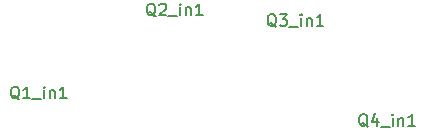
<source format=gbr>
%TF.GenerationSoftware,KiCad,Pcbnew,7.0.9*%
%TF.CreationDate,2024-02-29T12:55:39-04:00*%
%TF.ProjectId,phantomArc,7068616e-746f-46d4-9172-632e6b696361,v0.1*%
%TF.SameCoordinates,Original*%
%TF.FileFunction,Legend,Top*%
%TF.FilePolarity,Positive*%
%FSLAX46Y46*%
G04 Gerber Fmt 4.6, Leading zero omitted, Abs format (unit mm)*
G04 Created by KiCad (PCBNEW 7.0.9) date 2024-02-29 12:55:39*
%MOMM*%
%LPD*%
G01*
G04 APERTURE LIST*
%ADD10C,0.150000*%
G04 APERTURE END LIST*
D10*
X149475142Y-113521057D02*
X149379904Y-113473438D01*
X149379904Y-113473438D02*
X149284666Y-113378200D01*
X149284666Y-113378200D02*
X149141809Y-113235342D01*
X149141809Y-113235342D02*
X149046571Y-113187723D01*
X149046571Y-113187723D02*
X148951333Y-113187723D01*
X148998952Y-113425819D02*
X148903714Y-113378200D01*
X148903714Y-113378200D02*
X148808476Y-113282961D01*
X148808476Y-113282961D02*
X148760857Y-113092485D01*
X148760857Y-113092485D02*
X148760857Y-112759152D01*
X148760857Y-112759152D02*
X148808476Y-112568676D01*
X148808476Y-112568676D02*
X148903714Y-112473438D01*
X148903714Y-112473438D02*
X148998952Y-112425819D01*
X148998952Y-112425819D02*
X149189428Y-112425819D01*
X149189428Y-112425819D02*
X149284666Y-112473438D01*
X149284666Y-112473438D02*
X149379904Y-112568676D01*
X149379904Y-112568676D02*
X149427523Y-112759152D01*
X149427523Y-112759152D02*
X149427523Y-113092485D01*
X149427523Y-113092485D02*
X149379904Y-113282961D01*
X149379904Y-113282961D02*
X149284666Y-113378200D01*
X149284666Y-113378200D02*
X149189428Y-113425819D01*
X149189428Y-113425819D02*
X148998952Y-113425819D01*
X149808476Y-112521057D02*
X149856095Y-112473438D01*
X149856095Y-112473438D02*
X149951333Y-112425819D01*
X149951333Y-112425819D02*
X150189428Y-112425819D01*
X150189428Y-112425819D02*
X150284666Y-112473438D01*
X150284666Y-112473438D02*
X150332285Y-112521057D01*
X150332285Y-112521057D02*
X150379904Y-112616295D01*
X150379904Y-112616295D02*
X150379904Y-112711533D01*
X150379904Y-112711533D02*
X150332285Y-112854390D01*
X150332285Y-112854390D02*
X149760857Y-113425819D01*
X149760857Y-113425819D02*
X150379904Y-113425819D01*
X150570381Y-113521057D02*
X151332285Y-113521057D01*
X151570381Y-113425819D02*
X151570381Y-112759152D01*
X151570381Y-112425819D02*
X151522762Y-112473438D01*
X151522762Y-112473438D02*
X151570381Y-112521057D01*
X151570381Y-112521057D02*
X151618000Y-112473438D01*
X151618000Y-112473438D02*
X151570381Y-112425819D01*
X151570381Y-112425819D02*
X151570381Y-112521057D01*
X152046571Y-112759152D02*
X152046571Y-113425819D01*
X152046571Y-112854390D02*
X152094190Y-112806771D01*
X152094190Y-112806771D02*
X152189428Y-112759152D01*
X152189428Y-112759152D02*
X152332285Y-112759152D01*
X152332285Y-112759152D02*
X152427523Y-112806771D01*
X152427523Y-112806771D02*
X152475142Y-112902009D01*
X152475142Y-112902009D02*
X152475142Y-113425819D01*
X153475142Y-113425819D02*
X152903714Y-113425819D01*
X153189428Y-113425819D02*
X153189428Y-112425819D01*
X153189428Y-112425819D02*
X153094190Y-112568676D01*
X153094190Y-112568676D02*
X152998952Y-112663914D01*
X152998952Y-112663914D02*
X152903714Y-112711533D01*
X137957142Y-120550057D02*
X137861904Y-120502438D01*
X137861904Y-120502438D02*
X137766666Y-120407200D01*
X137766666Y-120407200D02*
X137623809Y-120264342D01*
X137623809Y-120264342D02*
X137528571Y-120216723D01*
X137528571Y-120216723D02*
X137433333Y-120216723D01*
X137480952Y-120454819D02*
X137385714Y-120407200D01*
X137385714Y-120407200D02*
X137290476Y-120311961D01*
X137290476Y-120311961D02*
X137242857Y-120121485D01*
X137242857Y-120121485D02*
X137242857Y-119788152D01*
X137242857Y-119788152D02*
X137290476Y-119597676D01*
X137290476Y-119597676D02*
X137385714Y-119502438D01*
X137385714Y-119502438D02*
X137480952Y-119454819D01*
X137480952Y-119454819D02*
X137671428Y-119454819D01*
X137671428Y-119454819D02*
X137766666Y-119502438D01*
X137766666Y-119502438D02*
X137861904Y-119597676D01*
X137861904Y-119597676D02*
X137909523Y-119788152D01*
X137909523Y-119788152D02*
X137909523Y-120121485D01*
X137909523Y-120121485D02*
X137861904Y-120311961D01*
X137861904Y-120311961D02*
X137766666Y-120407200D01*
X137766666Y-120407200D02*
X137671428Y-120454819D01*
X137671428Y-120454819D02*
X137480952Y-120454819D01*
X138861904Y-120454819D02*
X138290476Y-120454819D01*
X138576190Y-120454819D02*
X138576190Y-119454819D01*
X138576190Y-119454819D02*
X138480952Y-119597676D01*
X138480952Y-119597676D02*
X138385714Y-119692914D01*
X138385714Y-119692914D02*
X138290476Y-119740533D01*
X139052381Y-120550057D02*
X139814285Y-120550057D01*
X140052381Y-120454819D02*
X140052381Y-119788152D01*
X140052381Y-119454819D02*
X140004762Y-119502438D01*
X140004762Y-119502438D02*
X140052381Y-119550057D01*
X140052381Y-119550057D02*
X140100000Y-119502438D01*
X140100000Y-119502438D02*
X140052381Y-119454819D01*
X140052381Y-119454819D02*
X140052381Y-119550057D01*
X140528571Y-119788152D02*
X140528571Y-120454819D01*
X140528571Y-119883390D02*
X140576190Y-119835771D01*
X140576190Y-119835771D02*
X140671428Y-119788152D01*
X140671428Y-119788152D02*
X140814285Y-119788152D01*
X140814285Y-119788152D02*
X140909523Y-119835771D01*
X140909523Y-119835771D02*
X140957142Y-119931009D01*
X140957142Y-119931009D02*
X140957142Y-120454819D01*
X141957142Y-120454819D02*
X141385714Y-120454819D01*
X141671428Y-120454819D02*
X141671428Y-119454819D01*
X141671428Y-119454819D02*
X141576190Y-119597676D01*
X141576190Y-119597676D02*
X141480952Y-119692914D01*
X141480952Y-119692914D02*
X141385714Y-119740533D01*
X159696142Y-114415057D02*
X159600904Y-114367438D01*
X159600904Y-114367438D02*
X159505666Y-114272200D01*
X159505666Y-114272200D02*
X159362809Y-114129342D01*
X159362809Y-114129342D02*
X159267571Y-114081723D01*
X159267571Y-114081723D02*
X159172333Y-114081723D01*
X159219952Y-114319819D02*
X159124714Y-114272200D01*
X159124714Y-114272200D02*
X159029476Y-114176961D01*
X159029476Y-114176961D02*
X158981857Y-113986485D01*
X158981857Y-113986485D02*
X158981857Y-113653152D01*
X158981857Y-113653152D02*
X159029476Y-113462676D01*
X159029476Y-113462676D02*
X159124714Y-113367438D01*
X159124714Y-113367438D02*
X159219952Y-113319819D01*
X159219952Y-113319819D02*
X159410428Y-113319819D01*
X159410428Y-113319819D02*
X159505666Y-113367438D01*
X159505666Y-113367438D02*
X159600904Y-113462676D01*
X159600904Y-113462676D02*
X159648523Y-113653152D01*
X159648523Y-113653152D02*
X159648523Y-113986485D01*
X159648523Y-113986485D02*
X159600904Y-114176961D01*
X159600904Y-114176961D02*
X159505666Y-114272200D01*
X159505666Y-114272200D02*
X159410428Y-114319819D01*
X159410428Y-114319819D02*
X159219952Y-114319819D01*
X159981857Y-113319819D02*
X160600904Y-113319819D01*
X160600904Y-113319819D02*
X160267571Y-113700771D01*
X160267571Y-113700771D02*
X160410428Y-113700771D01*
X160410428Y-113700771D02*
X160505666Y-113748390D01*
X160505666Y-113748390D02*
X160553285Y-113796009D01*
X160553285Y-113796009D02*
X160600904Y-113891247D01*
X160600904Y-113891247D02*
X160600904Y-114129342D01*
X160600904Y-114129342D02*
X160553285Y-114224580D01*
X160553285Y-114224580D02*
X160505666Y-114272200D01*
X160505666Y-114272200D02*
X160410428Y-114319819D01*
X160410428Y-114319819D02*
X160124714Y-114319819D01*
X160124714Y-114319819D02*
X160029476Y-114272200D01*
X160029476Y-114272200D02*
X159981857Y-114224580D01*
X160791381Y-114415057D02*
X161553285Y-114415057D01*
X161791381Y-114319819D02*
X161791381Y-113653152D01*
X161791381Y-113319819D02*
X161743762Y-113367438D01*
X161743762Y-113367438D02*
X161791381Y-113415057D01*
X161791381Y-113415057D02*
X161839000Y-113367438D01*
X161839000Y-113367438D02*
X161791381Y-113319819D01*
X161791381Y-113319819D02*
X161791381Y-113415057D01*
X162267571Y-113653152D02*
X162267571Y-114319819D01*
X162267571Y-113748390D02*
X162315190Y-113700771D01*
X162315190Y-113700771D02*
X162410428Y-113653152D01*
X162410428Y-113653152D02*
X162553285Y-113653152D01*
X162553285Y-113653152D02*
X162648523Y-113700771D01*
X162648523Y-113700771D02*
X162696142Y-113796009D01*
X162696142Y-113796009D02*
X162696142Y-114319819D01*
X163696142Y-114319819D02*
X163124714Y-114319819D01*
X163410428Y-114319819D02*
X163410428Y-113319819D01*
X163410428Y-113319819D02*
X163315190Y-113462676D01*
X163315190Y-113462676D02*
X163219952Y-113557914D01*
X163219952Y-113557914D02*
X163124714Y-113605533D01*
X167452142Y-122880057D02*
X167356904Y-122832438D01*
X167356904Y-122832438D02*
X167261666Y-122737200D01*
X167261666Y-122737200D02*
X167118809Y-122594342D01*
X167118809Y-122594342D02*
X167023571Y-122546723D01*
X167023571Y-122546723D02*
X166928333Y-122546723D01*
X166975952Y-122784819D02*
X166880714Y-122737200D01*
X166880714Y-122737200D02*
X166785476Y-122641961D01*
X166785476Y-122641961D02*
X166737857Y-122451485D01*
X166737857Y-122451485D02*
X166737857Y-122118152D01*
X166737857Y-122118152D02*
X166785476Y-121927676D01*
X166785476Y-121927676D02*
X166880714Y-121832438D01*
X166880714Y-121832438D02*
X166975952Y-121784819D01*
X166975952Y-121784819D02*
X167166428Y-121784819D01*
X167166428Y-121784819D02*
X167261666Y-121832438D01*
X167261666Y-121832438D02*
X167356904Y-121927676D01*
X167356904Y-121927676D02*
X167404523Y-122118152D01*
X167404523Y-122118152D02*
X167404523Y-122451485D01*
X167404523Y-122451485D02*
X167356904Y-122641961D01*
X167356904Y-122641961D02*
X167261666Y-122737200D01*
X167261666Y-122737200D02*
X167166428Y-122784819D01*
X167166428Y-122784819D02*
X166975952Y-122784819D01*
X168261666Y-122118152D02*
X168261666Y-122784819D01*
X168023571Y-121737200D02*
X167785476Y-122451485D01*
X167785476Y-122451485D02*
X168404523Y-122451485D01*
X168547381Y-122880057D02*
X169309285Y-122880057D01*
X169547381Y-122784819D02*
X169547381Y-122118152D01*
X169547381Y-121784819D02*
X169499762Y-121832438D01*
X169499762Y-121832438D02*
X169547381Y-121880057D01*
X169547381Y-121880057D02*
X169595000Y-121832438D01*
X169595000Y-121832438D02*
X169547381Y-121784819D01*
X169547381Y-121784819D02*
X169547381Y-121880057D01*
X170023571Y-122118152D02*
X170023571Y-122784819D01*
X170023571Y-122213390D02*
X170071190Y-122165771D01*
X170071190Y-122165771D02*
X170166428Y-122118152D01*
X170166428Y-122118152D02*
X170309285Y-122118152D01*
X170309285Y-122118152D02*
X170404523Y-122165771D01*
X170404523Y-122165771D02*
X170452142Y-122261009D01*
X170452142Y-122261009D02*
X170452142Y-122784819D01*
X171452142Y-122784819D02*
X170880714Y-122784819D01*
X171166428Y-122784819D02*
X171166428Y-121784819D01*
X171166428Y-121784819D02*
X171071190Y-121927676D01*
X171071190Y-121927676D02*
X170975952Y-122022914D01*
X170975952Y-122022914D02*
X170880714Y-122070533D01*
M02*

</source>
